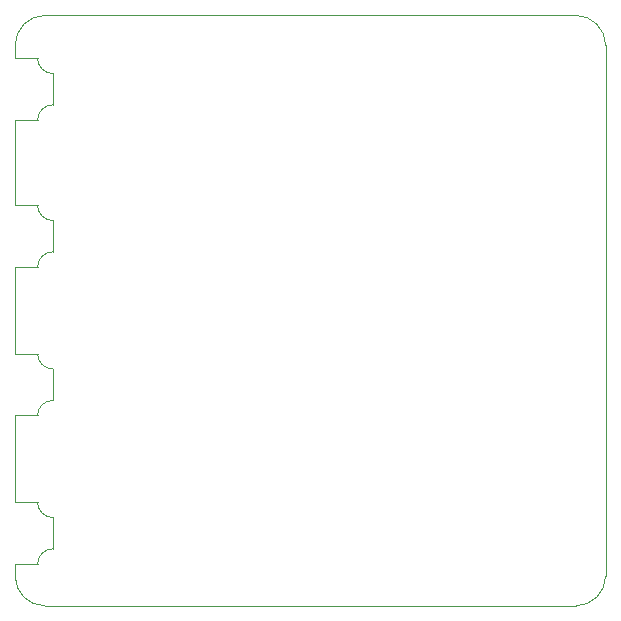
<source format=gm1>
G04 #@! TF.GenerationSoftware,KiCad,Pcbnew,(5.1.5)-3*
G04 #@! TF.CreationDate,2019-12-31T00:04:08+10:30*
G04 #@! TF.ProjectId,ATM90E36_Breakout,41544d39-3045-4333-965f-427265616b6f,rev?*
G04 #@! TF.SameCoordinates,Original*
G04 #@! TF.FileFunction,Profile,NP*
%FSLAX46Y46*%
G04 Gerber Fmt 4.6, Leading zero omitted, Abs format (unit mm)*
G04 Created by KiCad (PCBNEW (5.1.5)-3) date 2019-12-31 00:04:08*
%MOMM*%
%LPD*%
G04 APERTURE LIST*
%ADD10C,0.050000*%
G04 APERTURE END LIST*
D10*
X125406100Y-88855600D02*
G75*
G02X126676100Y-87585600I1270000J0D01*
G01*
X123501100Y-82543600D02*
X123501100Y-83648600D01*
X123501100Y-88855600D02*
X123501100Y-96094600D01*
X123501100Y-101301600D02*
X123501100Y-108667600D01*
X123501100Y-113874600D02*
X123501100Y-121240600D01*
X123501100Y-126447600D02*
X123501100Y-127463600D01*
X126041100Y-130003600D02*
G75*
G02X123501100Y-127463600I0J2540000D01*
G01*
X126041100Y-130003600D02*
X170961100Y-130003600D01*
X173501100Y-127463600D02*
G75*
G02X170961100Y-130003600I-2540000J0D01*
G01*
X173501100Y-127463600D02*
X173501100Y-82543600D01*
X170961100Y-80003600D02*
G75*
G02X173501100Y-82543600I0J-2540000D01*
G01*
X170961100Y-80003600D02*
X126041100Y-80003600D01*
X123501100Y-82543600D02*
G75*
G02X126041100Y-80003600I2540000J0D01*
G01*
X123501100Y-83648600D02*
X125406100Y-83648600D01*
X126676100Y-84918600D02*
G75*
G02X125406100Y-83648600I0J1270000D01*
G01*
X126676100Y-84918600D02*
X126676100Y-87585600D01*
X125406100Y-88855600D02*
X123501100Y-88855600D01*
X123501100Y-96094600D02*
X125406100Y-96094600D01*
X126676100Y-97364600D02*
G75*
G02X125406100Y-96094600I0J1270000D01*
G01*
X126676100Y-97364600D02*
X126676100Y-100031600D01*
X125406100Y-101301600D02*
G75*
G02X126676100Y-100031600I1270000J0D01*
G01*
X125406100Y-101301600D02*
X123501100Y-101301600D01*
X123501100Y-108667600D02*
X125406100Y-108667600D01*
X126676100Y-109937600D02*
G75*
G02X125406100Y-108667600I0J1270000D01*
G01*
X126676100Y-109937600D02*
X126676100Y-112604600D01*
X125406100Y-113874600D02*
G75*
G02X126676100Y-112604600I1270000J0D01*
G01*
X125406100Y-113874600D02*
X123501100Y-113874600D01*
X123501100Y-121240600D02*
X125406100Y-121240600D01*
X126676100Y-122510600D02*
G75*
G02X125406100Y-121240600I0J1270000D01*
G01*
X126676100Y-122510600D02*
X126676100Y-125177600D01*
X125406100Y-126447600D02*
G75*
G02X126676100Y-125177600I1270000J0D01*
G01*
X125406100Y-126447600D02*
X123501100Y-126447600D01*
M02*

</source>
